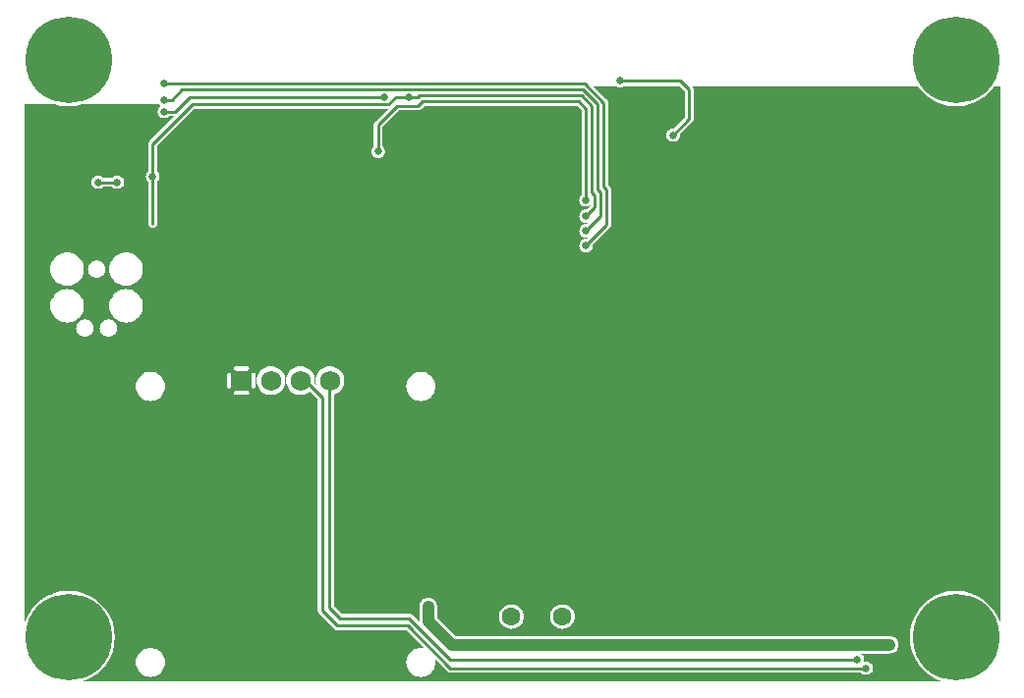
<source format=gbr>
G04 start of page 3 for group 1 idx 1 *
G04 Title: (unknown), bottom *
G04 Creator: pcb 4.0.2 *
G04 CreationDate: Sat May 14 18:06:43 2022 UTC *
G04 For: railfan *
G04 Format: Gerber/RS-274X *
G04 PCB-Dimensions (mil): 3350.00 2300.00 *
G04 PCB-Coordinate-Origin: lower left *
%MOIN*%
%FSLAX25Y25*%
%LNBOTTOM*%
%ADD44C,0.0390*%
%ADD43C,0.1285*%
%ADD42C,0.0433*%
%ADD41C,0.0380*%
%ADD40C,0.0935*%
%ADD39C,0.0790*%
%ADD38C,0.0120*%
%ADD37C,0.0260*%
%ADD36C,0.2937*%
%ADD35C,0.0633*%
%ADD34C,0.0680*%
%ADD33C,0.0400*%
%ADD32C,0.0100*%
%ADD31C,0.0001*%
G54D31*G36*
X44725Y39500D02*X101500D01*
Y26059D01*
X101495Y26000D01*
X101514Y25765D01*
X101569Y25535D01*
X101659Y25317D01*
X101783Y25116D01*
X101936Y24936D01*
X101981Y24898D01*
X106898Y19981D01*
X106936Y19936D01*
X107116Y19783D01*
X107317Y19659D01*
X107535Y19569D01*
X107765Y19514D01*
X108000Y19495D01*
X108059Y19500D01*
X131379D01*
X137621Y13258D01*
X137241Y13349D01*
X136465Y13410D01*
X135688Y13349D01*
X134930Y13167D01*
X134210Y12869D01*
X133546Y12462D01*
X132954Y11956D01*
X132448Y11363D01*
X132040Y10699D01*
X131742Y9979D01*
X131560Y9222D01*
X131499Y8445D01*
X131560Y7668D01*
X131742Y6911D01*
X132040Y6191D01*
X132448Y5526D01*
X132954Y4934D01*
X133546Y4428D01*
X134210Y4021D01*
X134930Y3723D01*
X135688Y3541D01*
X136465Y3480D01*
X137241Y3541D01*
X137999Y3723D01*
X138719Y4021D01*
X139383Y4428D01*
X139976Y4934D01*
X140482Y5526D01*
X140889Y6191D01*
X141187Y6911D01*
X141369Y7668D01*
X141415Y8445D01*
X141369Y9222D01*
X141278Y9601D01*
X145398Y5481D01*
X145436Y5436D01*
X145616Y5283D01*
X145817Y5159D01*
X146035Y5069D01*
X146265Y5014D01*
X146500Y4995D01*
X146559Y5000D01*
X153500D01*
Y2000D01*
X44725D01*
Y3480D01*
X44732Y3480D01*
X45509Y3541D01*
X46267Y3723D01*
X46986Y4021D01*
X47651Y4428D01*
X48243Y4934D01*
X48749Y5526D01*
X49156Y6191D01*
X49455Y6911D01*
X49636Y7668D01*
X49682Y8445D01*
X49636Y9222D01*
X49455Y9979D01*
X49156Y10699D01*
X48749Y11363D01*
X48243Y11956D01*
X47651Y12462D01*
X46986Y12869D01*
X46267Y13167D01*
X45509Y13349D01*
X44732Y13410D01*
X44725Y13410D01*
Y39500D01*
G37*
G36*
X2000D02*X44725D01*
Y13410D01*
X43956Y13349D01*
X43198Y13167D01*
X42478Y12869D01*
X41814Y12462D01*
X41221Y11956D01*
X40715Y11363D01*
X40308Y10699D01*
X40010Y9979D01*
X39828Y9222D01*
X39767Y8445D01*
X39828Y7668D01*
X40010Y6911D01*
X40308Y6191D01*
X40715Y5526D01*
X41221Y4934D01*
X41814Y4428D01*
X42478Y4021D01*
X43198Y3723D01*
X43956Y3541D01*
X44725Y3480D01*
Y2000D01*
X21705D01*
X21862Y2038D01*
X24142Y2982D01*
X26247Y4272D01*
X28124Y5876D01*
X29728Y7753D01*
X31018Y9858D01*
X31962Y12138D01*
X32539Y14539D01*
X32684Y17000D01*
X32539Y19461D01*
X31962Y21862D01*
X31018Y24142D01*
X29728Y26247D01*
X28124Y28124D01*
X26247Y29728D01*
X24142Y31018D01*
X21862Y31962D01*
X19461Y32539D01*
X17000Y32732D01*
X14539Y32539D01*
X12138Y31962D01*
X9858Y31018D01*
X7753Y29728D01*
X5876Y28124D01*
X4272Y26247D01*
X2982Y24142D01*
X2038Y21862D01*
X2000Y21705D01*
Y39500D01*
G37*
G36*
X107000Y36500D02*X152382D01*
Y17500D01*
X148243D01*
X142000Y23743D01*
Y27500D01*
X141972Y27971D01*
X141862Y28430D01*
X141681Y28866D01*
X141435Y29269D01*
X141128Y29628D01*
X140769Y29935D01*
X140366Y30181D01*
X139930Y30362D01*
X139471Y30472D01*
X139000Y30509D01*
X138529Y30472D01*
X138070Y30362D01*
X137634Y30181D01*
X137231Y29935D01*
X136872Y29628D01*
X136565Y29269D01*
X136319Y28866D01*
X136138Y28430D01*
X136028Y27971D01*
X136000Y27500D01*
Y22618D01*
X135991Y22500D01*
X136022Y22099D01*
X133602Y24519D01*
X133564Y24564D01*
X133384Y24717D01*
X133183Y24841D01*
X132965Y24931D01*
X132735Y24986D01*
X132500Y25005D01*
X132441Y25000D01*
X109621D01*
X107000Y27621D01*
Y36500D01*
G37*
G36*
X313295Y2000D02*X184494D01*
Y5000D01*
X285756D01*
X285869Y4869D01*
X286144Y4634D01*
X286453Y4444D01*
X286787Y4306D01*
X287139Y4221D01*
X287500Y4193D01*
X287861Y4221D01*
X288213Y4306D01*
X288547Y4444D01*
X288856Y4634D01*
X289131Y4869D01*
X289366Y5144D01*
X289556Y5453D01*
X289694Y5787D01*
X289779Y6139D01*
X289800Y6500D01*
X289779Y6861D01*
X289694Y7213D01*
X289556Y7547D01*
X289366Y7856D01*
X289131Y8131D01*
X288856Y8366D01*
X288547Y8556D01*
X288213Y8694D01*
X287861Y8779D01*
X287500Y8807D01*
X287139Y8779D01*
X286787Y8694D01*
X286628Y8628D01*
X286694Y8787D01*
X286779Y9139D01*
X286800Y9500D01*
X286779Y9861D01*
X286694Y10213D01*
X286556Y10547D01*
X286366Y10856D01*
X286131Y11131D01*
X285856Y11366D01*
X285638Y11500D01*
X295500D01*
X295971Y11528D01*
X296430Y11638D01*
X296866Y11819D01*
X297269Y12065D01*
X297628Y12372D01*
X297935Y12731D01*
X298181Y13134D01*
X298362Y13570D01*
X298472Y14029D01*
X298509Y14500D01*
X298472Y14971D01*
X298362Y15430D01*
X298181Y15866D01*
X297935Y16269D01*
X297628Y16628D01*
X297269Y16935D01*
X296866Y17181D01*
X296430Y17362D01*
X295971Y17472D01*
X295500Y17500D01*
X184494D01*
Y19822D01*
X184500Y19822D01*
X185154Y19873D01*
X185791Y20026D01*
X186397Y20277D01*
X186956Y20620D01*
X187454Y21046D01*
X187880Y21544D01*
X188223Y22103D01*
X188474Y22709D01*
X188627Y23346D01*
X188665Y24000D01*
X188627Y24654D01*
X188474Y25291D01*
X188223Y25897D01*
X187880Y26456D01*
X187454Y26954D01*
X186956Y27380D01*
X186397Y27723D01*
X185791Y27974D01*
X185154Y28127D01*
X184500Y28178D01*
X184494Y28178D01*
Y37500D01*
X333000D01*
Y21705D01*
X332962Y21862D01*
X332018Y24142D01*
X330728Y26247D01*
X329124Y28124D01*
X327247Y29728D01*
X325142Y31018D01*
X322862Y31962D01*
X320461Y32539D01*
X318000Y32732D01*
X315539Y32539D01*
X313138Y31962D01*
X310858Y31018D01*
X308753Y29728D01*
X306876Y28124D01*
X305272Y26247D01*
X303982Y24142D01*
X303038Y21862D01*
X302461Y19461D01*
X302268Y17000D01*
X302461Y14539D01*
X303038Y12138D01*
X303982Y9858D01*
X305272Y7753D01*
X306876Y5876D01*
X308753Y4272D01*
X310858Y2982D01*
X313138Y2038D01*
X313295Y2000D01*
G37*
G36*
X184494Y17500D02*X167171D01*
Y19822D01*
X167177Y19822D01*
X167831Y19873D01*
X168468Y20026D01*
X169074Y20277D01*
X169633Y20620D01*
X170132Y21046D01*
X170557Y21544D01*
X170900Y22103D01*
X171151Y22709D01*
X171304Y23346D01*
X171343Y24000D01*
X171304Y24654D01*
X171151Y25291D01*
X170900Y25897D01*
X170557Y26456D01*
X170132Y26954D01*
X169633Y27380D01*
X169074Y27723D01*
X168468Y27974D01*
X167831Y28127D01*
X167177Y28178D01*
X167171Y28178D01*
Y37500D01*
X184494D01*
Y28178D01*
X183846Y28127D01*
X183209Y27974D01*
X182603Y27723D01*
X182044Y27380D01*
X181546Y26954D01*
X181120Y26456D01*
X180777Y25897D01*
X180526Y25291D01*
X180373Y24654D01*
X180322Y24000D01*
X180373Y23346D01*
X180526Y22709D01*
X180777Y22103D01*
X181120Y21544D01*
X181546Y21046D01*
X182044Y20620D01*
X182603Y20277D01*
X183209Y20026D01*
X183846Y19873D01*
X184494Y19822D01*
Y17500D01*
G37*
G36*
Y2000D02*X167171D01*
Y5000D01*
X184494D01*
Y2000D01*
G37*
G36*
X167171Y17500D02*X148243D01*
X142000Y23743D01*
Y27500D01*
X141972Y27971D01*
X141862Y28430D01*
X141681Y28866D01*
X141435Y29269D01*
X141128Y29628D01*
X140769Y29935D01*
X140366Y30181D01*
X139930Y30362D01*
X139471Y30472D01*
X139000Y30509D01*
X138529Y30472D01*
X138070Y30362D01*
X137634Y30181D01*
X137231Y29935D01*
X136872Y29628D01*
X136565Y29269D01*
X136319Y28866D01*
X136138Y28430D01*
X136028Y27971D01*
X136000Y27500D01*
Y22618D01*
X135991Y22500D01*
X136022Y22099D01*
X133602Y24519D01*
X133564Y24564D01*
X133384Y24717D01*
X133183Y24841D01*
X132965Y24931D01*
X132735Y24986D01*
X132500Y25005D01*
X132441Y25000D01*
X131000D01*
Y37500D01*
X167171D01*
Y28178D01*
X166524Y28127D01*
X165886Y27974D01*
X165280Y27723D01*
X164721Y27380D01*
X164223Y26954D01*
X163797Y26456D01*
X163454Y25897D01*
X163203Y25291D01*
X163050Y24654D01*
X162999Y24000D01*
X163050Y23346D01*
X163203Y22709D01*
X163454Y22103D01*
X163797Y21544D01*
X164223Y21046D01*
X164721Y20620D01*
X165280Y20277D01*
X165886Y20026D01*
X166524Y19873D01*
X167171Y19822D01*
Y17500D01*
G37*
G36*
Y2000D02*X131000D01*
Y19500D01*
X131379D01*
X137621Y13258D01*
X137241Y13349D01*
X136465Y13410D01*
X135688Y13349D01*
X134930Y13167D01*
X134210Y12869D01*
X133546Y12462D01*
X132954Y11956D01*
X132448Y11363D01*
X132040Y10699D01*
X131742Y9979D01*
X131560Y9222D01*
X131499Y8445D01*
X131560Y7668D01*
X131742Y6911D01*
X132040Y6191D01*
X132448Y5526D01*
X132954Y4934D01*
X133546Y4428D01*
X134210Y4021D01*
X134930Y3723D01*
X135688Y3541D01*
X136465Y3480D01*
X137241Y3541D01*
X137999Y3723D01*
X138719Y4021D01*
X139383Y4428D01*
X139976Y4934D01*
X140482Y5526D01*
X140889Y6191D01*
X141187Y6911D01*
X141369Y7668D01*
X141415Y8445D01*
X141369Y9222D01*
X141278Y9601D01*
X145398Y5481D01*
X145436Y5436D01*
X145616Y5283D01*
X145817Y5159D01*
X146035Y5069D01*
X146265Y5014D01*
X146500Y4995D01*
X146559Y5000D01*
X167171D01*
Y2000D01*
G37*
G36*
X195121Y204000D02*X202862D01*
X202953Y203944D01*
X203287Y203806D01*
X203639Y203721D01*
X204000Y203693D01*
X204361Y203721D01*
X204713Y203806D01*
X205047Y203944D01*
X205138Y204000D01*
X224379D01*
X226000Y202379D01*
Y193621D01*
X222172Y189794D01*
X222000Y189807D01*
X221639Y189779D01*
X221287Y189694D01*
X220953Y189556D01*
X220644Y189366D01*
X220369Y189131D01*
X220134Y188856D01*
X219944Y188547D01*
X219806Y188213D01*
X219721Y187861D01*
X219693Y187500D01*
X219721Y187139D01*
X219806Y186787D01*
X219944Y186453D01*
X220134Y186144D01*
X220369Y185869D01*
X220644Y185634D01*
X220953Y185444D01*
X221287Y185306D01*
X221639Y185221D01*
X222000Y185193D01*
X222361Y185221D01*
X222713Y185306D01*
X223047Y185444D01*
X223356Y185634D01*
X223631Y185869D01*
X223866Y186144D01*
X224056Y186453D01*
X224194Y186787D01*
X224279Y187139D01*
X224300Y187500D01*
X224290Y187669D01*
X228519Y191898D01*
X228564Y191936D01*
X228717Y192115D01*
X228717Y192116D01*
X228841Y192317D01*
X228931Y192535D01*
X228986Y192765D01*
X229005Y193000D01*
X229000Y193059D01*
Y202941D01*
X229005Y203000D01*
X228986Y203235D01*
X228931Y203465D01*
X228841Y203683D01*
X228717Y203884D01*
X228619Y204000D01*
X305121D01*
X305272Y203753D01*
X306876Y201876D01*
X308753Y200272D01*
X310858Y198982D01*
X313138Y198038D01*
X315539Y197461D01*
X318000Y197268D01*
X320461Y197461D01*
X322862Y198038D01*
X325142Y198982D01*
X327247Y200272D01*
X329124Y201876D01*
X330728Y203753D01*
X330879Y204000D01*
X333000D01*
Y21705D01*
X332962Y21862D01*
X332018Y24142D01*
X330728Y26247D01*
X329124Y28124D01*
X327247Y29728D01*
X325142Y31018D01*
X322862Y31962D01*
X320461Y32539D01*
X318000Y32732D01*
X315539Y32539D01*
X313138Y31962D01*
X310858Y31018D01*
X308753Y29728D01*
X306876Y28124D01*
X305272Y26247D01*
X303982Y24142D01*
X303038Y21862D01*
X302461Y19461D01*
X302346Y18000D01*
X184494D01*
Y19822D01*
X184500Y19822D01*
X185154Y19873D01*
X185791Y20026D01*
X186397Y20277D01*
X186956Y20620D01*
X187454Y21046D01*
X187880Y21544D01*
X188223Y22103D01*
X188474Y22709D01*
X188627Y23346D01*
X188665Y24000D01*
X188627Y24654D01*
X188474Y25291D01*
X188223Y25897D01*
X187880Y26456D01*
X187454Y26954D01*
X186956Y27380D01*
X186397Y27723D01*
X185791Y27974D01*
X185154Y28127D01*
X184500Y28178D01*
X184494Y28178D01*
Y197500D01*
X189379D01*
X191000Y195879D01*
Y167244D01*
X190869Y167131D01*
X190634Y166856D01*
X190444Y166547D01*
X190306Y166213D01*
X190221Y165861D01*
X190193Y165500D01*
X190221Y165139D01*
X190306Y164787D01*
X190444Y164453D01*
X190634Y164144D01*
X190869Y163869D01*
X191144Y163634D01*
X191453Y163444D01*
X191787Y163306D01*
X192139Y163221D01*
X192500Y163193D01*
X192861Y163221D01*
X193213Y163306D01*
X193547Y163444D01*
X193856Y163634D01*
X194000Y163756D01*
Y163621D01*
X192672Y162294D01*
X192500Y162307D01*
X192139Y162279D01*
X191787Y162194D01*
X191453Y162056D01*
X191144Y161866D01*
X190869Y161631D01*
X190634Y161356D01*
X190444Y161047D01*
X190306Y160713D01*
X190221Y160361D01*
X190193Y160000D01*
X190221Y159639D01*
X190306Y159287D01*
X190444Y158953D01*
X190634Y158644D01*
X190869Y158369D01*
X191144Y158134D01*
X191453Y157944D01*
X191787Y157806D01*
X192139Y157721D01*
X192500Y157693D01*
X192861Y157721D01*
X193176Y157797D01*
X192672Y157294D01*
X192500Y157307D01*
X192139Y157279D01*
X191787Y157194D01*
X191453Y157056D01*
X191144Y156866D01*
X190869Y156631D01*
X190634Y156356D01*
X190444Y156047D01*
X190306Y155713D01*
X190221Y155361D01*
X190193Y155000D01*
X190221Y154639D01*
X190306Y154287D01*
X190444Y153953D01*
X190634Y153644D01*
X190869Y153369D01*
X191144Y153134D01*
X191453Y152944D01*
X191787Y152806D01*
X192139Y152721D01*
X192500Y152693D01*
X192861Y152721D01*
X193176Y152797D01*
X192672Y152294D01*
X192500Y152307D01*
X192139Y152279D01*
X191787Y152194D01*
X191453Y152056D01*
X191144Y151866D01*
X190869Y151631D01*
X190634Y151356D01*
X190444Y151047D01*
X190306Y150713D01*
X190221Y150361D01*
X190193Y150000D01*
X190221Y149639D01*
X190306Y149287D01*
X190444Y148953D01*
X190634Y148644D01*
X190869Y148369D01*
X191144Y148134D01*
X191453Y147944D01*
X191787Y147806D01*
X192139Y147721D01*
X192500Y147693D01*
X192861Y147721D01*
X193213Y147806D01*
X193547Y147944D01*
X193856Y148134D01*
X194131Y148369D01*
X194366Y148644D01*
X194556Y148953D01*
X194694Y149287D01*
X194779Y149639D01*
X194800Y150000D01*
X194790Y150169D01*
X200519Y155898D01*
X200564Y155936D01*
X200717Y156115D01*
X200717Y156116D01*
X200841Y156317D01*
X200931Y156535D01*
X200986Y156765D01*
X201005Y157000D01*
X201000Y157059D01*
Y168941D01*
X201005Y169000D01*
X200986Y169235D01*
X200931Y169465D01*
X200841Y169683D01*
X200717Y169884D01*
X200564Y170064D01*
X200519Y170102D01*
X200000Y170621D01*
Y198441D01*
X200005Y198500D01*
X199986Y198735D01*
X199931Y198965D01*
X199841Y199183D01*
X199717Y199384D01*
X199564Y199564D01*
X199519Y199602D01*
X195121Y204000D01*
G37*
G36*
X184494Y18000D02*X167171D01*
Y19822D01*
X167177Y19822D01*
X167831Y19873D01*
X168468Y20026D01*
X169074Y20277D01*
X169633Y20620D01*
X170132Y21046D01*
X170557Y21544D01*
X170900Y22103D01*
X171151Y22709D01*
X171304Y23346D01*
X171343Y24000D01*
X171304Y24654D01*
X171151Y25291D01*
X170900Y25897D01*
X170557Y26456D01*
X170132Y26954D01*
X169633Y27380D01*
X169074Y27723D01*
X168468Y27974D01*
X167831Y28127D01*
X167177Y28178D01*
X167171Y28178D01*
Y197500D01*
X184494D01*
Y28178D01*
X183846Y28127D01*
X183209Y27974D01*
X182603Y27723D01*
X182044Y27380D01*
X181546Y26954D01*
X181120Y26456D01*
X180777Y25897D01*
X180526Y25291D01*
X180373Y24654D01*
X180322Y24000D01*
X180373Y23346D01*
X180526Y22709D01*
X180777Y22103D01*
X181120Y21544D01*
X181546Y21046D01*
X182044Y20620D01*
X182603Y20277D01*
X183209Y20026D01*
X183846Y19873D01*
X184494Y19822D01*
Y18000D01*
G37*
G36*
X167171D02*X158000D01*
Y197500D01*
X167171D01*
Y28178D01*
X166524Y28127D01*
X165886Y27974D01*
X165280Y27723D01*
X164721Y27380D01*
X164223Y26954D01*
X163797Y26456D01*
X163454Y25897D01*
X163203Y25291D01*
X163050Y24654D01*
X162999Y24000D01*
X163050Y23346D01*
X163203Y22709D01*
X163454Y22103D01*
X163797Y21544D01*
X164223Y21046D01*
X164721Y20620D01*
X165280Y20277D01*
X165886Y20026D01*
X166524Y19873D01*
X167171Y19822D01*
Y18000D01*
G37*
G36*
X169000Y197500D02*Y31500D01*
X136457D01*
Y97181D01*
X136465Y97180D01*
X137241Y97242D01*
X137999Y97423D01*
X138719Y97722D01*
X139383Y98129D01*
X139976Y98635D01*
X140482Y99227D01*
X140889Y99891D01*
X141187Y100611D01*
X141369Y101369D01*
X141415Y102146D01*
X141369Y102922D01*
X141187Y103680D01*
X140889Y104400D01*
X140482Y105064D01*
X139976Y105657D01*
X139383Y106163D01*
X138719Y106570D01*
X137999Y106868D01*
X137241Y107050D01*
X136465Y107111D01*
X136457Y107110D01*
Y196345D01*
X136564Y196436D01*
X136602Y196481D01*
X137621Y197500D01*
X169000D01*
G37*
G36*
X136457Y31500D02*X107000D01*
Y99411D01*
X107117Y99440D01*
X107830Y99735D01*
X108487Y100138D01*
X109074Y100639D01*
X109575Y101225D01*
X109978Y101883D01*
X110273Y102595D01*
X110453Y103345D01*
X110498Y104114D01*
X110453Y104883D01*
X110273Y105633D01*
X109978Y106346D01*
X109575Y107003D01*
X109074Y107590D01*
X108487Y108091D01*
X107830Y108494D01*
X107117Y108789D01*
X106367Y108969D01*
X105598Y109029D01*
X104830Y108969D01*
X104080Y108789D01*
X103367Y108494D01*
X102709Y108091D01*
X102123Y107590D01*
X101622Y107003D01*
X101219Y106346D01*
X100924Y105633D01*
X100744Y104883D01*
X100683Y104114D01*
X100744Y103345D01*
X100892Y102730D01*
X100419Y103203D01*
X100453Y103345D01*
X100498Y104114D01*
X100453Y104883D01*
X100273Y105633D01*
X99978Y106346D01*
X99575Y107003D01*
X99074Y107590D01*
X98487Y108091D01*
X97830Y108494D01*
X97117Y108789D01*
X96367Y108969D01*
X95598Y109029D01*
X94830Y108969D01*
X94080Y108789D01*
X93367Y108494D01*
X92709Y108091D01*
X92123Y107590D01*
X91622Y107003D01*
X91219Y106346D01*
X90924Y105633D01*
X90744Y104883D01*
X90683Y104114D01*
X90744Y103345D01*
X90924Y102595D01*
X91219Y101883D01*
X91622Y101225D01*
X92123Y100639D01*
X92709Y100138D01*
X93367Y99735D01*
X94080Y99440D01*
X94830Y99260D01*
X95598Y99199D01*
X96367Y99260D01*
X97117Y99440D01*
X97830Y99735D01*
X98487Y100138D01*
X98894Y100485D01*
X101500Y97879D01*
Y31500D01*
X85591D01*
Y99200D01*
X85598Y99199D01*
X86367Y99260D01*
X87117Y99440D01*
X87830Y99735D01*
X88487Y100138D01*
X89074Y100639D01*
X89575Y101225D01*
X89978Y101883D01*
X90273Y102595D01*
X90453Y103345D01*
X90498Y104114D01*
X90453Y104883D01*
X90273Y105633D01*
X89978Y106346D01*
X89575Y107003D01*
X89074Y107590D01*
X88487Y108091D01*
X87830Y108494D01*
X87117Y108789D01*
X86367Y108969D01*
X85598Y109029D01*
X85591Y109029D01*
Y196500D01*
X125379D01*
X120981Y192102D01*
X120936Y192064D01*
X120783Y191884D01*
X120659Y191683D01*
X120569Y191465D01*
X120514Y191235D01*
X120514Y191235D01*
X120495Y191000D01*
X120500Y190941D01*
Y183744D01*
X120369Y183631D01*
X120134Y183356D01*
X119944Y183047D01*
X119806Y182713D01*
X119721Y182361D01*
X119693Y182000D01*
X119721Y181639D01*
X119806Y181287D01*
X119944Y180953D01*
X120134Y180644D01*
X120369Y180369D01*
X120644Y180134D01*
X120953Y179944D01*
X121287Y179806D01*
X121639Y179721D01*
X122000Y179693D01*
X122361Y179721D01*
X122713Y179806D01*
X123047Y179944D01*
X123356Y180134D01*
X123631Y180369D01*
X123866Y180644D01*
X124056Y180953D01*
X124194Y181287D01*
X124279Y181639D01*
X124300Y182000D01*
X124279Y182361D01*
X124194Y182713D01*
X124056Y183047D01*
X123866Y183356D01*
X123631Y183631D01*
X123500Y183744D01*
Y190379D01*
X129121Y196000D01*
X135441D01*
X135500Y195995D01*
X135735Y196014D01*
X135735Y196014D01*
X135965Y196069D01*
X136183Y196159D01*
X136384Y196283D01*
X136457Y196345D01*
Y107110D01*
X135688Y107050D01*
X134930Y106868D01*
X134210Y106570D01*
X133546Y106163D01*
X132954Y105657D01*
X132448Y105064D01*
X132040Y104400D01*
X131742Y103680D01*
X131560Y102922D01*
X131499Y102146D01*
X131560Y101369D01*
X131742Y100611D01*
X132040Y99891D01*
X132448Y99227D01*
X132954Y98635D01*
X133546Y98129D01*
X134210Y97722D01*
X134930Y97423D01*
X135688Y97242D01*
X136457Y97181D01*
Y31500D01*
G37*
G36*
X85591D02*X79748D01*
Y101462D01*
X79866Y101471D01*
X79981Y101499D01*
X80090Y101544D01*
X80191Y101606D01*
X80280Y101682D01*
X80357Y101772D01*
X80419Y101873D01*
X80464Y101982D01*
X80491Y102096D01*
X80498Y102214D01*
Y106014D01*
X80491Y106132D01*
X80464Y106247D01*
X80419Y106356D01*
X80357Y106456D01*
X80280Y106546D01*
X80191Y106623D01*
X80090Y106684D01*
X79981Y106730D01*
X79866Y106757D01*
X79748Y106766D01*
Y196500D01*
X85591D01*
Y109029D01*
X84830Y108969D01*
X84080Y108789D01*
X83367Y108494D01*
X82709Y108091D01*
X82123Y107590D01*
X81622Y107003D01*
X81219Y106346D01*
X80924Y105633D01*
X80744Y104883D01*
X80683Y104114D01*
X80744Y103345D01*
X80924Y102595D01*
X81219Y101883D01*
X81622Y101225D01*
X82123Y100639D01*
X82709Y100138D01*
X83367Y99735D01*
X84080Y99440D01*
X84830Y99260D01*
X85591Y99200D01*
Y31500D01*
G37*
G36*
X79748D02*X75598D01*
Y99214D01*
X77498D01*
X77616Y99221D01*
X77731Y99249D01*
X77840Y99294D01*
X77941Y99356D01*
X78030Y99432D01*
X78107Y99522D01*
X78169Y99623D01*
X78214Y99732D01*
X78241Y99846D01*
X78251Y99964D01*
X78241Y100082D01*
X78214Y100197D01*
X78169Y100306D01*
X78107Y100406D01*
X78030Y100496D01*
X77941Y100573D01*
X77840Y100634D01*
X77731Y100680D01*
X77616Y100707D01*
X77498Y100714D01*
X75598D01*
Y107514D01*
X77498D01*
X77616Y107521D01*
X77731Y107549D01*
X77840Y107594D01*
X77941Y107656D01*
X78030Y107732D01*
X78107Y107822D01*
X78169Y107923D01*
X78214Y108032D01*
X78241Y108146D01*
X78251Y108264D01*
X78241Y108382D01*
X78214Y108497D01*
X78169Y108606D01*
X78107Y108706D01*
X78030Y108796D01*
X77941Y108873D01*
X77840Y108934D01*
X77731Y108980D01*
X77616Y109007D01*
X77498Y109014D01*
X75598D01*
Y196500D01*
X79748D01*
Y106766D01*
X79631Y106757D01*
X79516Y106730D01*
X79407Y106684D01*
X79306Y106623D01*
X79216Y106546D01*
X79140Y106456D01*
X79078Y106356D01*
X79033Y106247D01*
X79005Y106132D01*
X78998Y106014D01*
Y102214D01*
X79005Y102096D01*
X79033Y101982D01*
X79078Y101873D01*
X79140Y101772D01*
X79216Y101682D01*
X79306Y101606D01*
X79407Y101544D01*
X79516Y101499D01*
X79631Y101471D01*
X79748Y101462D01*
Y31500D01*
G37*
G36*
X75598D02*X71448D01*
Y101462D01*
X71566Y101471D01*
X71681Y101499D01*
X71790Y101544D01*
X71891Y101606D01*
X71980Y101682D01*
X72057Y101772D01*
X72119Y101873D01*
X72164Y101982D01*
X72191Y102096D01*
X72198Y102214D01*
Y106014D01*
X72191Y106132D01*
X72164Y106247D01*
X72119Y106356D01*
X72057Y106456D01*
X71980Y106546D01*
X71891Y106623D01*
X71790Y106684D01*
X71681Y106730D01*
X71566Y106757D01*
X71448Y106766D01*
Y196500D01*
X75598D01*
Y109014D01*
X73698D01*
X73581Y109007D01*
X73466Y108980D01*
X73357Y108934D01*
X73256Y108873D01*
X73166Y108796D01*
X73090Y108706D01*
X73028Y108606D01*
X72983Y108497D01*
X72955Y108382D01*
X72946Y108264D01*
X72955Y108146D01*
X72983Y108032D01*
X73028Y107923D01*
X73090Y107822D01*
X73166Y107732D01*
X73256Y107656D01*
X73357Y107594D01*
X73466Y107549D01*
X73581Y107521D01*
X73698Y107514D01*
X75598D01*
Y100714D01*
X73698D01*
X73581Y100707D01*
X73466Y100680D01*
X73357Y100634D01*
X73256Y100573D01*
X73166Y100496D01*
X73090Y100406D01*
X73028Y100306D01*
X72983Y100197D01*
X72955Y100082D01*
X72946Y99964D01*
X72955Y99846D01*
X72983Y99732D01*
X73028Y99623D01*
X73090Y99522D01*
X73166Y99432D01*
X73256Y99356D01*
X73357Y99294D01*
X73466Y99249D01*
X73581Y99221D01*
X73698Y99214D01*
X75598D01*
Y31500D01*
G37*
G36*
X44725Y198000D02*X47756D01*
X47869Y197869D01*
X48144Y197634D01*
X48362Y197500D01*
X48144Y197366D01*
X47869Y197131D01*
X47634Y196856D01*
X47444Y196547D01*
X47306Y196213D01*
X47221Y195861D01*
X47193Y195500D01*
X47221Y195139D01*
X47306Y194787D01*
X47444Y194453D01*
X47634Y194144D01*
X47869Y193869D01*
X48144Y193634D01*
X48453Y193444D01*
X48787Y193306D01*
X49139Y193221D01*
X49500Y193193D01*
X49861Y193221D01*
X50213Y193306D01*
X50547Y193444D01*
X50856Y193634D01*
X51131Y193869D01*
X51244Y194000D01*
X52879D01*
X44725Y185846D01*
Y198000D01*
G37*
G36*
X71448Y31500D02*X44725D01*
Y97181D01*
X44732Y97180D01*
X45509Y97242D01*
X46267Y97423D01*
X46986Y97722D01*
X47651Y98129D01*
X48243Y98635D01*
X48749Y99227D01*
X49156Y99891D01*
X49455Y100611D01*
X49636Y101369D01*
X49682Y102146D01*
X49636Y102922D01*
X49455Y103680D01*
X49156Y104400D01*
X48749Y105064D01*
X48243Y105657D01*
X47651Y106163D01*
X46986Y106570D01*
X46267Y106868D01*
X45509Y107050D01*
X44732Y107111D01*
X44725Y107110D01*
Y156216D01*
X44817Y156159D01*
X45035Y156069D01*
X45265Y156014D01*
X45500Y155995D01*
X45735Y156014D01*
X45965Y156069D01*
X46183Y156159D01*
X46384Y156283D01*
X46564Y156436D01*
X46717Y156616D01*
X46841Y156817D01*
X46931Y157035D01*
X46986Y157265D01*
X47000Y157500D01*
Y171756D01*
X47131Y171869D01*
X47366Y172144D01*
X47556Y172453D01*
X47694Y172787D01*
X47779Y173139D01*
X47800Y173500D01*
X47779Y173861D01*
X47694Y174213D01*
X47556Y174547D01*
X47366Y174856D01*
X47131Y175131D01*
X47000Y175244D01*
Y183879D01*
X59621Y196500D01*
X71448D01*
Y106766D01*
X71331Y106757D01*
X71216Y106730D01*
X71107Y106684D01*
X71006Y106623D01*
X70916Y106546D01*
X70840Y106456D01*
X70778Y106356D01*
X70733Y106247D01*
X70705Y106132D01*
X70698Y106014D01*
Y102214D01*
X70705Y102096D01*
X70733Y101982D01*
X70778Y101873D01*
X70840Y101772D01*
X70916Y101682D01*
X71006Y101606D01*
X71107Y101544D01*
X71216Y101499D01*
X71331Y101471D01*
X71448Y101462D01*
Y31500D01*
G37*
G36*
X44725D02*X36491D01*
Y123808D01*
X36500Y123807D01*
X37391Y123878D01*
X38259Y124086D01*
X39084Y124428D01*
X39846Y124895D01*
X40525Y125475D01*
X41105Y126154D01*
X41572Y126916D01*
X41914Y127741D01*
X42122Y128609D01*
X42175Y129500D01*
X42122Y130391D01*
X41914Y131259D01*
X41572Y132084D01*
X41105Y132846D01*
X40525Y133525D01*
X39846Y134105D01*
X39084Y134572D01*
X38259Y134914D01*
X37391Y135122D01*
X36500Y135193D01*
X36491Y135192D01*
Y136308D01*
X36500Y136307D01*
X37391Y136378D01*
X38259Y136586D01*
X39084Y136928D01*
X39846Y137395D01*
X40525Y137975D01*
X41105Y138654D01*
X41572Y139416D01*
X41914Y140241D01*
X42122Y141109D01*
X42175Y142000D01*
X42122Y142891D01*
X41914Y143759D01*
X41572Y144584D01*
X41105Y145346D01*
X40525Y146025D01*
X39846Y146605D01*
X39084Y147072D01*
X38259Y147414D01*
X37391Y147622D01*
X36500Y147693D01*
X36491Y147692D01*
Y198000D01*
X44725D01*
Y185846D01*
X44481Y185602D01*
X44436Y185564D01*
X44283Y185384D01*
X44159Y185183D01*
X44069Y184965D01*
X44014Y184735D01*
X44014Y184735D01*
X43995Y184500D01*
X44000Y184441D01*
Y175244D01*
X43869Y175131D01*
X43634Y174856D01*
X43444Y174547D01*
X43306Y174213D01*
X43221Y173861D01*
X43193Y173500D01*
X43221Y173139D01*
X43306Y172787D01*
X43444Y172453D01*
X43634Y172144D01*
X43869Y171869D01*
X44000Y171756D01*
Y157500D01*
X44014Y157265D01*
X44069Y157035D01*
X44159Y156817D01*
X44283Y156616D01*
X44436Y156436D01*
X44616Y156283D01*
X44725Y156216D01*
Y107110D01*
X43956Y107050D01*
X43198Y106868D01*
X42478Y106570D01*
X41814Y106163D01*
X41221Y105657D01*
X40715Y105064D01*
X40308Y104400D01*
X40010Y103680D01*
X39828Y102922D01*
X39767Y102146D01*
X39828Y101369D01*
X40010Y100611D01*
X40308Y99891D01*
X40715Y99227D01*
X41221Y98635D01*
X41814Y98129D01*
X42478Y97722D01*
X43198Y97423D01*
X43956Y97242D01*
X44725Y97181D01*
Y31500D01*
G37*
G36*
X36491D02*X30246D01*
Y119061D01*
X30500Y119041D01*
X30963Y119077D01*
X31414Y119186D01*
X31843Y119363D01*
X32239Y119606D01*
X32592Y119908D01*
X32894Y120261D01*
X33137Y120657D01*
X33314Y121086D01*
X33423Y121537D01*
X33450Y122000D01*
X33423Y122463D01*
X33314Y122914D01*
X33137Y123343D01*
X32894Y123739D01*
X32592Y124092D01*
X32239Y124394D01*
X31843Y124637D01*
X31414Y124814D01*
X30963Y124923D01*
X30500Y124959D01*
X30246Y124939D01*
Y170000D01*
X31756D01*
X31869Y169869D01*
X32144Y169634D01*
X32453Y169444D01*
X32787Y169306D01*
X33139Y169221D01*
X33500Y169193D01*
X33861Y169221D01*
X34213Y169306D01*
X34547Y169444D01*
X34856Y169634D01*
X35131Y169869D01*
X35366Y170144D01*
X35556Y170453D01*
X35694Y170787D01*
X35779Y171139D01*
X35800Y171500D01*
X35779Y171861D01*
X35694Y172213D01*
X35556Y172547D01*
X35366Y172856D01*
X35131Y173131D01*
X34856Y173366D01*
X34547Y173556D01*
X34213Y173694D01*
X33861Y173779D01*
X33500Y173807D01*
X33139Y173779D01*
X32787Y173694D01*
X32453Y173556D01*
X32144Y173366D01*
X31869Y173131D01*
X31756Y173000D01*
X30246D01*
Y198000D01*
X36491D01*
Y147692D01*
X35609Y147622D01*
X34741Y147414D01*
X33916Y147072D01*
X33154Y146605D01*
X32475Y146025D01*
X31895Y145346D01*
X31428Y144584D01*
X31086Y143759D01*
X30878Y142891D01*
X30807Y142000D01*
X30878Y141109D01*
X31086Y140241D01*
X31428Y139416D01*
X31895Y138654D01*
X32475Y137975D01*
X33154Y137395D01*
X33916Y136928D01*
X34741Y136586D01*
X35609Y136378D01*
X36491Y136308D01*
Y135192D01*
X35609Y135122D01*
X34741Y134914D01*
X33916Y134572D01*
X33154Y134105D01*
X32475Y133525D01*
X31895Y132846D01*
X31428Y132084D01*
X31086Y131259D01*
X30878Y130391D01*
X30807Y129500D01*
X30878Y128609D01*
X31086Y127741D01*
X31428Y126916D01*
X31895Y126154D01*
X32475Y125475D01*
X33154Y124895D01*
X33916Y124428D01*
X34741Y124086D01*
X35609Y123878D01*
X36491Y123808D01*
Y31500D01*
G37*
G36*
X26495Y198000D02*X30246D01*
Y173000D01*
X28744D01*
X28631Y173131D01*
X28356Y173366D01*
X28047Y173556D01*
X27713Y173694D01*
X27361Y173779D01*
X27000Y173807D01*
X26639Y173779D01*
X26495Y173744D01*
Y198000D01*
G37*
G36*
X30246Y31500D02*X26495D01*
Y139041D01*
X26500Y139041D01*
X26963Y139077D01*
X27414Y139186D01*
X27843Y139363D01*
X28239Y139606D01*
X28592Y139908D01*
X28894Y140261D01*
X29137Y140657D01*
X29314Y141086D01*
X29423Y141537D01*
X29450Y142000D01*
X29423Y142463D01*
X29314Y142914D01*
X29137Y143343D01*
X28894Y143739D01*
X28592Y144092D01*
X28239Y144394D01*
X27843Y144637D01*
X27414Y144814D01*
X26963Y144923D01*
X26500Y144959D01*
X26495Y144959D01*
Y169256D01*
X26639Y169221D01*
X27000Y169193D01*
X27361Y169221D01*
X27713Y169306D01*
X28047Y169444D01*
X28356Y169634D01*
X28631Y169869D01*
X28744Y170000D01*
X30246D01*
Y124939D01*
X30037Y124923D01*
X29586Y124814D01*
X29157Y124637D01*
X28761Y124394D01*
X28408Y124092D01*
X28106Y123739D01*
X27863Y123343D01*
X27686Y122914D01*
X27577Y122463D01*
X27541Y122000D01*
X27577Y121537D01*
X27686Y121086D01*
X27863Y120657D01*
X28106Y120261D01*
X28408Y119908D01*
X28761Y119606D01*
X29157Y119363D01*
X29586Y119186D01*
X30037Y119077D01*
X30246Y119061D01*
Y31500D01*
G37*
G36*
X26495D02*X22978D01*
X22495Y31700D01*
Y119041D01*
X22500Y119041D01*
X22963Y119077D01*
X23414Y119186D01*
X23843Y119363D01*
X24239Y119606D01*
X24592Y119908D01*
X24894Y120261D01*
X25137Y120657D01*
X25314Y121086D01*
X25423Y121537D01*
X25450Y122000D01*
X25423Y122463D01*
X25314Y122914D01*
X25137Y123343D01*
X24894Y123739D01*
X24592Y124092D01*
X24239Y124394D01*
X23843Y124637D01*
X23414Y124814D01*
X22963Y124923D01*
X22500Y124959D01*
X22495Y124959D01*
Y198000D01*
X26495D01*
Y173744D01*
X26287Y173694D01*
X25953Y173556D01*
X25644Y173366D01*
X25369Y173131D01*
X25134Y172856D01*
X24944Y172547D01*
X24806Y172213D01*
X24721Y171861D01*
X24693Y171500D01*
X24721Y171139D01*
X24806Y170787D01*
X24944Y170453D01*
X25134Y170144D01*
X25369Y169869D01*
X25644Y169634D01*
X25953Y169444D01*
X26287Y169306D01*
X26495Y169256D01*
Y144959D01*
X26037Y144923D01*
X25586Y144814D01*
X25157Y144637D01*
X24761Y144394D01*
X24408Y144092D01*
X24106Y143739D01*
X23863Y143343D01*
X23686Y142914D01*
X23577Y142463D01*
X23541Y142000D01*
X23577Y141537D01*
X23686Y141086D01*
X23863Y140657D01*
X24106Y140261D01*
X24408Y139908D01*
X24761Y139606D01*
X25157Y139363D01*
X25586Y139186D01*
X26037Y139077D01*
X26495Y139041D01*
Y31500D01*
G37*
G36*
X22495Y31700D02*X21862Y31962D01*
X19461Y32539D01*
X17000Y32732D01*
X16491Y32692D01*
Y123808D01*
X16500Y123807D01*
X17391Y123878D01*
X18259Y124086D01*
X19084Y124428D01*
X19846Y124895D01*
X20525Y125475D01*
X21105Y126154D01*
X21572Y126916D01*
X21914Y127741D01*
X22122Y128609D01*
X22175Y129500D01*
X22122Y130391D01*
X21914Y131259D01*
X21572Y132084D01*
X21105Y132846D01*
X20525Y133525D01*
X19846Y134105D01*
X19084Y134572D01*
X18259Y134914D01*
X17391Y135122D01*
X16500Y135193D01*
X16491Y135192D01*
Y136308D01*
X16500Y136307D01*
X17391Y136378D01*
X18259Y136586D01*
X19084Y136928D01*
X19846Y137395D01*
X20525Y137975D01*
X21105Y138654D01*
X21572Y139416D01*
X21914Y140241D01*
X22122Y141109D01*
X22175Y142000D01*
X22122Y142891D01*
X21914Y143759D01*
X21572Y144584D01*
X21105Y145346D01*
X20525Y146025D01*
X19846Y146605D01*
X19084Y147072D01*
X18259Y147414D01*
X17391Y147622D01*
X16500Y147693D01*
X16491Y147692D01*
Y197308D01*
X17000Y197268D01*
X19461Y197461D01*
X21705Y198000D01*
X22495D01*
Y124959D01*
X22037Y124923D01*
X21586Y124814D01*
X21157Y124637D01*
X20761Y124394D01*
X20408Y124092D01*
X20106Y123739D01*
X19863Y123343D01*
X19686Y122914D01*
X19577Y122463D01*
X19541Y122000D01*
X19577Y121537D01*
X19686Y121086D01*
X19863Y120657D01*
X20106Y120261D01*
X20408Y119908D01*
X20761Y119606D01*
X21157Y119363D01*
X21586Y119186D01*
X22037Y119077D01*
X22495Y119041D01*
Y31700D01*
G37*
G36*
X16491Y32692D02*X14539Y32539D01*
X12138Y31962D01*
X11022Y31500D01*
X2000D01*
Y198000D01*
X12295D01*
X14539Y197461D01*
X16491Y197308D01*
Y147692D01*
X15609Y147622D01*
X14741Y147414D01*
X13916Y147072D01*
X13154Y146605D01*
X12475Y146025D01*
X11895Y145346D01*
X11428Y144584D01*
X11086Y143759D01*
X10878Y142891D01*
X10807Y142000D01*
X10878Y141109D01*
X11086Y140241D01*
X11428Y139416D01*
X11895Y138654D01*
X12475Y137975D01*
X13154Y137395D01*
X13916Y136928D01*
X14741Y136586D01*
X15609Y136378D01*
X16491Y136308D01*
Y135192D01*
X15609Y135122D01*
X14741Y134914D01*
X13916Y134572D01*
X13154Y134105D01*
X12475Y133525D01*
X11895Y132846D01*
X11428Y132084D01*
X11086Y131259D01*
X10878Y130391D01*
X10807Y129500D01*
X10878Y128609D01*
X11086Y127741D01*
X11428Y126916D01*
X11895Y126154D01*
X12475Y125475D01*
X13154Y124895D01*
X13916Y124428D01*
X14741Y124086D01*
X15609Y123878D01*
X16491Y123808D01*
Y32692D01*
G37*
G54D32*X132500Y23500D02*X109000D01*
X108000Y21000D02*X132000D01*
X109000Y23500D02*X105500Y27000D01*
X103000Y26000D02*X108000Y21000D01*
X105500Y27000D02*Y104500D01*
X103000Y98500D02*Y26000D01*
X97500Y104000D02*X103000Y98500D01*
G54D33*X139000Y27500D02*Y22500D01*
X147000Y14500D01*
X157000D01*
G54D32*X146500Y9500D02*X132500Y23500D01*
X132000Y21000D02*X146500Y6500D01*
G54D33*X148500Y14500D02*X295500D01*
G54D32*X284500Y9500D02*X146500D01*
Y6500D02*X287500D01*
X95500Y104000D02*X97500D01*
X49500Y199500D02*X52000D01*
X55500Y203000D01*
X49500Y195500D02*X53000D01*
X58000Y200500D01*
X45500Y184500D02*X59000Y198000D01*
X27000Y171500D02*X33500D01*
X45500Y157500D02*Y184500D01*
X49500Y205000D02*X145000D01*
X55500Y203000D02*X145000D01*
X58000Y200500D02*X122000D01*
X59000Y198000D02*X125500D01*
X136000Y201000D02*X145000D01*
X124000Y200500D02*X121000D01*
X125500Y198000D02*X128000Y200500D01*
X135500D01*
X136000Y201000D01*
X137000Y199000D02*X135500Y197500D01*
X222000Y187500D02*X227500Y193000D01*
X122000Y182000D02*Y191000D01*
X128500Y197500D01*
X133500D01*
X135500D02*X132500D01*
X137000Y199000D02*X190000D01*
X144000Y201000D02*X191000D01*
X144500Y203000D02*X191500D01*
X143500Y205000D02*X192000D01*
X224500Y206000D02*X204000D01*
X192000Y205000D02*X198500Y198500D01*
X227500Y193000D02*Y203000D01*
X224500Y206000D01*
X190000Y199000D02*X192500Y196500D01*
X191000Y201000D02*X194500Y197500D01*
X191500Y203000D02*X196500Y198000D01*
X192500Y196500D02*Y165500D01*
X194500Y197500D02*Y168000D01*
X196500Y198000D02*Y169000D01*
X198500Y198500D02*Y170000D01*
X195500Y163000D02*X192500Y160000D01*
X194500Y168000D02*X195500Y167000D01*
Y164500D01*
Y165000D02*Y163000D01*
X196500Y169000D02*X197500Y168000D01*
X198500Y170000D02*X199500Y169000D01*
X197500Y168000D02*Y160000D01*
X199500Y169000D02*Y157000D01*
X197500Y160000D02*X192500Y155000D01*
X199500Y157000D02*X192500Y150000D01*
G54D31*G36*
X72198Y107514D02*Y100714D01*
X78998D01*
Y107514D01*
X72198D01*
G37*
G54D34*X85598Y104114D03*
X95598D03*
X105598D03*
G54D35*X167177Y24000D03*
X184500D03*
G54D36*X318000Y17000D03*
Y213000D03*
X17000D03*
Y17000D03*
G54D37*X246000Y175000D03*
Y171500D03*
Y167500D03*
Y164000D03*
X250500Y179500D03*
Y159500D03*
X254000D03*
X266000Y175000D03*
Y171500D03*
X321500Y102500D03*
X290500Y47500D03*
X306000Y200000D03*
X302000D03*
X262000Y179500D03*
X258500D03*
X254000D03*
X266000Y167500D03*
Y164000D03*
X258500Y159500D03*
X262000D03*
X221500Y200000D03*
X209000D03*
X115500Y191000D03*
X222000Y187500D03*
X115500Y194500D03*
X149500Y190000D03*
X132500Y200500D03*
X124000D03*
X122000Y182000D03*
X202500Y178500D03*
X204000Y206000D03*
X25000Y193500D03*
X33500Y171500D03*
X27000D03*
X21000Y193500D03*
X17000D03*
X49500Y205000D03*
Y199500D03*
Y195500D03*
X26500Y117400D03*
X112500Y160500D03*
X38000Y151500D03*
X49000Y160500D03*
X45500Y173500D03*
X49000Y170500D03*
X230500Y47500D03*
X284500Y9500D03*
X287500Y6500D03*
X295500Y14500D03*
X291500D03*
X159000Y145500D03*
X192500Y165500D03*
Y160000D03*
Y155000D03*
Y150000D03*
X139000Y27500D03*
Y23500D03*
X182000Y41500D03*
X186000D03*
X190000D03*
X162500Y43500D03*
X166000Y64500D03*
X170000Y61000D03*
Y64500D03*
X166000Y61000D03*
X194500Y69500D03*
X162500Y54500D03*
X161064Y100493D03*
X173064D03*
G54D38*G54D39*G54D40*G54D41*G54D39*G54D42*G54D43*G54D40*G54D44*G54D43*M02*

</source>
